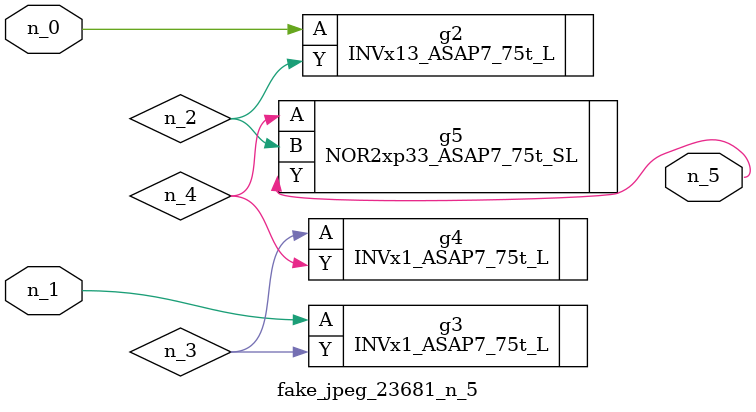
<source format=v>
module fake_jpeg_23681_n_5 (n_0, n_1, n_5);

input n_0;
input n_1;

output n_5;

wire n_2;
wire n_3;
wire n_4;

INVx13_ASAP7_75t_L g2 ( 
.A(n_0),
.Y(n_2)
);

INVx1_ASAP7_75t_L g3 ( 
.A(n_1),
.Y(n_3)
);

INVx1_ASAP7_75t_L g4 ( 
.A(n_3),
.Y(n_4)
);

NOR2xp33_ASAP7_75t_SL g5 ( 
.A(n_4),
.B(n_2),
.Y(n_5)
);


endmodule
</source>
